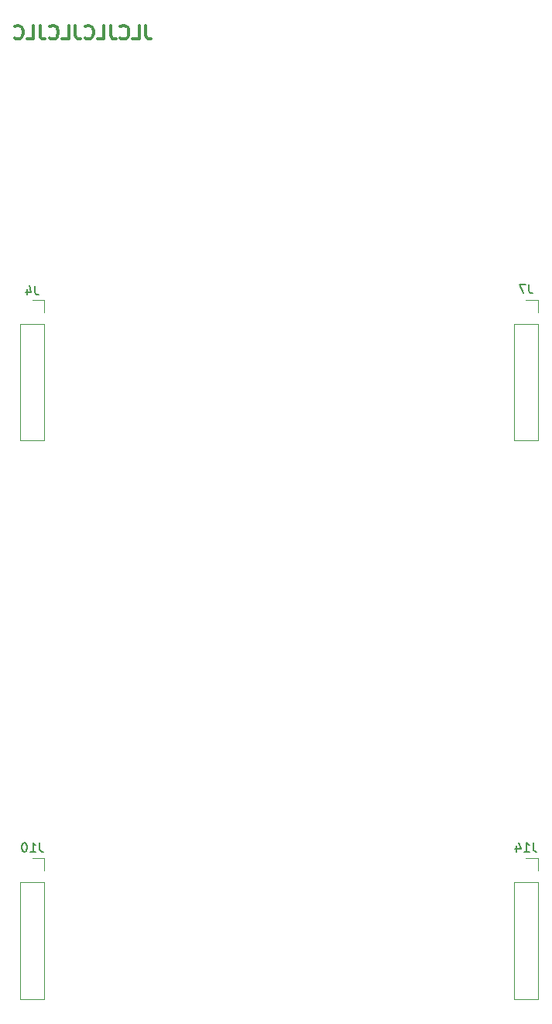
<source format=gbo>
G04 #@! TF.GenerationSoftware,KiCad,Pcbnew,6.0.10+dfsg-1~bpo11+1*
G04 #@! TF.CreationDate,2023-01-12T20:06:18+00:00*
G04 #@! TF.ProjectId,MS20-VCF,4d533230-2d56-4434-962e-6b696361645f,rev?*
G04 #@! TF.SameCoordinates,Original*
G04 #@! TF.FileFunction,Legend,Bot*
G04 #@! TF.FilePolarity,Positive*
%FSLAX46Y46*%
G04 Gerber Fmt 4.6, Leading zero omitted, Abs format (unit mm)*
G04 Created by KiCad (PCBNEW 6.0.10+dfsg-1~bpo11+1) date 2023-01-12 20:06:18*
%MOMM*%
%LPD*%
G01*
G04 APERTURE LIST*
%ADD10C,0.300000*%
%ADD11C,0.150000*%
%ADD12C,0.120000*%
%ADD13C,4.000000*%
%ADD14C,1.800000*%
%ADD15R,1.800000X1.800000*%
%ADD16R,1.930000X1.830000*%
%ADD17C,2.130000*%
%ADD18C,1.600000*%
%ADD19O,1.600000X1.600000*%
%ADD20O,3.700000X2.400000*%
%ADD21O,3.200000X5.000000*%
%ADD22R,1.700000X1.700000*%
%ADD23O,1.700000X1.700000*%
G04 APERTURE END LIST*
D10*
X110428571Y-37678571D02*
X110428571Y-38750000D01*
X110500000Y-38964285D01*
X110642857Y-39107142D01*
X110857142Y-39178571D01*
X111000000Y-39178571D01*
X109000000Y-39178571D02*
X109714285Y-39178571D01*
X109714285Y-37678571D01*
X107642857Y-39035714D02*
X107714285Y-39107142D01*
X107928571Y-39178571D01*
X108071428Y-39178571D01*
X108285714Y-39107142D01*
X108428571Y-38964285D01*
X108500000Y-38821428D01*
X108571428Y-38535714D01*
X108571428Y-38321428D01*
X108500000Y-38035714D01*
X108428571Y-37892857D01*
X108285714Y-37750000D01*
X108071428Y-37678571D01*
X107928571Y-37678571D01*
X107714285Y-37750000D01*
X107642857Y-37821428D01*
X106571428Y-37678571D02*
X106571428Y-38750000D01*
X106642857Y-38964285D01*
X106785714Y-39107142D01*
X107000000Y-39178571D01*
X107142857Y-39178571D01*
X105142857Y-39178571D02*
X105857142Y-39178571D01*
X105857142Y-37678571D01*
X103785714Y-39035714D02*
X103857142Y-39107142D01*
X104071428Y-39178571D01*
X104214285Y-39178571D01*
X104428571Y-39107142D01*
X104571428Y-38964285D01*
X104642857Y-38821428D01*
X104714285Y-38535714D01*
X104714285Y-38321428D01*
X104642857Y-38035714D01*
X104571428Y-37892857D01*
X104428571Y-37750000D01*
X104214285Y-37678571D01*
X104071428Y-37678571D01*
X103857142Y-37750000D01*
X103785714Y-37821428D01*
X102714285Y-37678571D02*
X102714285Y-38750000D01*
X102785714Y-38964285D01*
X102928571Y-39107142D01*
X103142857Y-39178571D01*
X103285714Y-39178571D01*
X101285714Y-39178571D02*
X102000000Y-39178571D01*
X102000000Y-37678571D01*
X99928571Y-39035714D02*
X100000000Y-39107142D01*
X100214285Y-39178571D01*
X100357142Y-39178571D01*
X100571428Y-39107142D01*
X100714285Y-38964285D01*
X100785714Y-38821428D01*
X100857142Y-38535714D01*
X100857142Y-38321428D01*
X100785714Y-38035714D01*
X100714285Y-37892857D01*
X100571428Y-37750000D01*
X100357142Y-37678571D01*
X100214285Y-37678571D01*
X100000000Y-37750000D01*
X99928571Y-37821428D01*
X98857142Y-37678571D02*
X98857142Y-38750000D01*
X98928571Y-38964285D01*
X99071428Y-39107142D01*
X99285714Y-39178571D01*
X99428571Y-39178571D01*
X97428571Y-39178571D02*
X98142857Y-39178571D01*
X98142857Y-37678571D01*
X96071428Y-39035714D02*
X96142857Y-39107142D01*
X96357142Y-39178571D01*
X96500000Y-39178571D01*
X96714285Y-39107142D01*
X96857142Y-38964285D01*
X96928571Y-38821428D01*
X97000000Y-38535714D01*
X97000000Y-38321428D01*
X96928571Y-38035714D01*
X96857142Y-37892857D01*
X96714285Y-37750000D01*
X96500000Y-37678571D01*
X96357142Y-37678571D01*
X96142857Y-37750000D01*
X96071428Y-37821428D01*
D11*
X98333333Y-66122380D02*
X98333333Y-66836666D01*
X98380952Y-66979523D01*
X98476190Y-67074761D01*
X98619047Y-67122380D01*
X98714285Y-67122380D01*
X97428571Y-66455714D02*
X97428571Y-67122380D01*
X97666666Y-66074761D02*
X97904761Y-66789047D01*
X97285714Y-66789047D01*
X152333333Y-65952380D02*
X152333333Y-66666666D01*
X152380952Y-66809523D01*
X152476190Y-66904761D01*
X152619047Y-66952380D01*
X152714285Y-66952380D01*
X151952380Y-65952380D02*
X151285714Y-65952380D01*
X151714285Y-66952380D01*
X98809523Y-126952380D02*
X98809523Y-127666666D01*
X98857142Y-127809523D01*
X98952380Y-127904761D01*
X99095238Y-127952380D01*
X99190476Y-127952380D01*
X97809523Y-127952380D02*
X98380952Y-127952380D01*
X98095238Y-127952380D02*
X98095238Y-126952380D01*
X98190476Y-127095238D01*
X98285714Y-127190476D01*
X98380952Y-127238095D01*
X97190476Y-126952380D02*
X97095238Y-126952380D01*
X97000000Y-127000000D01*
X96952380Y-127047619D01*
X96904761Y-127142857D01*
X96857142Y-127333333D01*
X96857142Y-127571428D01*
X96904761Y-127761904D01*
X96952380Y-127857142D01*
X97000000Y-127904761D01*
X97095238Y-127952380D01*
X97190476Y-127952380D01*
X97285714Y-127904761D01*
X97333333Y-127857142D01*
X97380952Y-127761904D01*
X97428571Y-127571428D01*
X97428571Y-127333333D01*
X97380952Y-127142857D01*
X97333333Y-127047619D01*
X97285714Y-127000000D01*
X97190476Y-126952380D01*
X152809523Y-126952380D02*
X152809523Y-127666666D01*
X152857142Y-127809523D01*
X152952380Y-127904761D01*
X153095238Y-127952380D01*
X153190476Y-127952380D01*
X151809523Y-127952380D02*
X152380952Y-127952380D01*
X152095238Y-127952380D02*
X152095238Y-126952380D01*
X152190476Y-127095238D01*
X152285714Y-127190476D01*
X152380952Y-127238095D01*
X150952380Y-127285714D02*
X150952380Y-127952380D01*
X151190476Y-126904761D02*
X151428571Y-127619047D01*
X150809523Y-127619047D01*
D12*
X99330000Y-67670000D02*
X98000000Y-67670000D01*
X99330000Y-69000000D02*
X99330000Y-67670000D01*
X99330000Y-83030000D02*
X96670000Y-83030000D01*
X96670000Y-70270000D02*
X96670000Y-83030000D01*
X99330000Y-70270000D02*
X99330000Y-83030000D01*
X99330000Y-70270000D02*
X96670000Y-70270000D01*
X153330000Y-70270000D02*
X153330000Y-83030000D01*
X153330000Y-69000000D02*
X153330000Y-67670000D01*
X153330000Y-70270000D02*
X150670000Y-70270000D01*
X153330000Y-83030000D02*
X150670000Y-83030000D01*
X153330000Y-67670000D02*
X152000000Y-67670000D01*
X150670000Y-70270000D02*
X150670000Y-83030000D01*
X96670000Y-131270000D02*
X96670000Y-144030000D01*
X99330000Y-131270000D02*
X96670000Y-131270000D01*
X99330000Y-130000000D02*
X99330000Y-128670000D01*
X99330000Y-144030000D02*
X96670000Y-144030000D01*
X99330000Y-131270000D02*
X99330000Y-144030000D01*
X99330000Y-128670000D02*
X98000000Y-128670000D01*
X153330000Y-128670000D02*
X152000000Y-128670000D01*
X153330000Y-131270000D02*
X153330000Y-144030000D01*
X153330000Y-131270000D02*
X150670000Y-131270000D01*
X153330000Y-144030000D02*
X150670000Y-144030000D01*
X153330000Y-130000000D02*
X153330000Y-128670000D01*
X150670000Y-131270000D02*
X150670000Y-144030000D01*
%LPC*%
D13*
X116400000Y-64050000D03*
X107600000Y-64050000D03*
D14*
X114500000Y-71050000D03*
X112000000Y-71050000D03*
X109500000Y-71050000D03*
D13*
X114400000Y-44050000D03*
X105600000Y-44050000D03*
D14*
X112500000Y-51050000D03*
X110000000Y-51050000D03*
X107500000Y-51050000D03*
D15*
X148275000Y-86500000D03*
D14*
X145735000Y-86500000D03*
D16*
X115000000Y-74000000D03*
D17*
X115000000Y-85400000D03*
X115000000Y-77100000D03*
D16*
X125000000Y-74000000D03*
D17*
X125000000Y-85400000D03*
X125000000Y-77100000D03*
D16*
X135000000Y-74000000D03*
D17*
X135000000Y-85400000D03*
X135000000Y-77100000D03*
D18*
X104000000Y-84080000D03*
D19*
X104000000Y-73920000D03*
D18*
X99920000Y-55000000D03*
D19*
X110080000Y-55000000D03*
D18*
X120000000Y-45000000D03*
D19*
X130160000Y-45000000D03*
D18*
X130160000Y-41000000D03*
D19*
X120000000Y-41000000D03*
D18*
X107500000Y-73920000D03*
D19*
X107500000Y-84080000D03*
D18*
X130080000Y-69000000D03*
D19*
X119920000Y-69000000D03*
D18*
X130000000Y-130000000D03*
D19*
X119840000Y-130000000D03*
D18*
X108000000Y-144080000D03*
D19*
X108000000Y-133920000D03*
D13*
X142400000Y-64050000D03*
X133600000Y-64050000D03*
D14*
X140500000Y-71050000D03*
X138000000Y-71050000D03*
X135500000Y-71050000D03*
D20*
X140600000Y-39300000D03*
X140600000Y-44000000D03*
X140600000Y-48700000D03*
X145400000Y-39300000D03*
X145400000Y-44000000D03*
X145400000Y-48700000D03*
D21*
X113800000Y-91500000D03*
X118500000Y-91500000D03*
X123200000Y-91500000D03*
D16*
X135000000Y-133000000D03*
D17*
X135000000Y-144400000D03*
X135000000Y-136100000D03*
D16*
X115000000Y-133000000D03*
D17*
X115000000Y-144400000D03*
X115000000Y-136100000D03*
D16*
X125000000Y-133000000D03*
D17*
X125000000Y-144400000D03*
X125000000Y-136100000D03*
D18*
X147000000Y-71920000D03*
D19*
X147000000Y-82080000D03*
D18*
X97000000Y-109500000D03*
D19*
X97000000Y-99340000D03*
D18*
X148000000Y-124080000D03*
D19*
X148000000Y-113920000D03*
D18*
X152000000Y-113920000D03*
D19*
X152000000Y-124080000D03*
D18*
X102500000Y-118420000D03*
D19*
X102500000Y-128580000D03*
D20*
X104600000Y-98300000D03*
X104600000Y-103000000D03*
X104600000Y-107700000D03*
X109400000Y-98300000D03*
X109400000Y-103000000D03*
X109400000Y-107700000D03*
D13*
X133600000Y-123050000D03*
X142400000Y-123050000D03*
D14*
X140500000Y-130050000D03*
X138000000Y-130050000D03*
X135500000Y-130050000D03*
D13*
X116400000Y-123050000D03*
X107600000Y-123050000D03*
D14*
X114500000Y-130050000D03*
X112000000Y-130050000D03*
X109500000Y-130050000D03*
D13*
X135600000Y-103050000D03*
X144400000Y-103050000D03*
D14*
X142500000Y-110050000D03*
X140000000Y-110050000D03*
X137500000Y-110050000D03*
D22*
X98000000Y-69000000D03*
D23*
X98000000Y-71540000D03*
X98000000Y-74080000D03*
X98000000Y-76620000D03*
X98000000Y-79160000D03*
X98000000Y-81700000D03*
D22*
X152000000Y-69000000D03*
D23*
X152000000Y-71540000D03*
X152000000Y-74080000D03*
X152000000Y-76620000D03*
X152000000Y-79160000D03*
X152000000Y-81700000D03*
D22*
X98000000Y-130000000D03*
D23*
X98000000Y-132540000D03*
X98000000Y-135080000D03*
X98000000Y-137620000D03*
X98000000Y-140160000D03*
X98000000Y-142700000D03*
D22*
X152000000Y-130000000D03*
D23*
X152000000Y-132540000D03*
X152000000Y-135080000D03*
X152000000Y-137620000D03*
X152000000Y-140160000D03*
X152000000Y-142700000D03*
M02*

</source>
